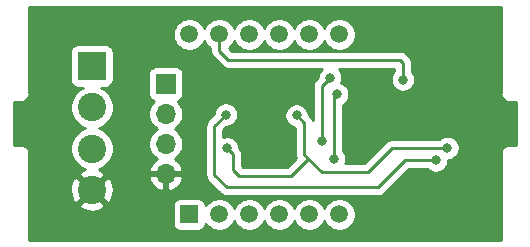
<source format=gbr>
G04 #@! TF.GenerationSoftware,KiCad,Pcbnew,5.1.5+dfsg1-2build2*
G04 #@! TF.CreationDate,2021-11-16T16:54:19-05:00*
G04 #@! TF.ProjectId,056INCH_3DIGIT,30353649-4e43-4485-9f33-44494749542e,rev?*
G04 #@! TF.SameCoordinates,Original*
G04 #@! TF.FileFunction,Copper,L1,Top*
G04 #@! TF.FilePolarity,Positive*
%FSLAX46Y46*%
G04 Gerber Fmt 4.6, Leading zero omitted, Abs format (unit mm)*
G04 Created by KiCad (PCBNEW 5.1.5+dfsg1-2build2) date 2021-11-16 16:54:19*
%MOMM*%
%LPD*%
G04 APERTURE LIST*
%ADD10O,1.700000X1.700000*%
%ADD11R,1.700000X1.700000*%
%ADD12C,2.400000*%
%ADD13R,2.400000X2.400000*%
%ADD14C,1.500000*%
%ADD15R,1.500000X1.500000*%
%ADD16C,0.800000*%
%ADD17C,0.250000*%
%ADD18C,0.254000*%
G04 APERTURE END LIST*
D10*
X113499900Y-114769900D03*
X113499900Y-112229900D03*
X113499900Y-109689900D03*
D11*
X113499900Y-107149900D03*
D12*
X107238800Y-116138600D03*
X107238800Y-112638600D03*
X107238800Y-109138600D03*
D13*
X107238800Y-105638600D03*
D14*
X115481100Y-102971600D03*
X118021100Y-102971600D03*
X120561100Y-102971600D03*
X123101100Y-102971600D03*
X125641100Y-102971600D03*
X128181100Y-102971600D03*
X128181100Y-118211600D03*
X125641100Y-118211600D03*
X123101100Y-118211600D03*
X120561100Y-118211600D03*
X118021100Y-118211600D03*
D15*
X115481100Y-118211600D03*
D16*
X133578600Y-106794300D03*
X127736600Y-113474500D03*
X128016000Y-108026200D03*
X127419100Y-106616500D03*
X126707900Y-111960000D03*
X136372600Y-113639600D03*
X118592600Y-109753400D03*
X124574300Y-109829600D03*
X137350500Y-112572800D03*
X118694200Y-112610900D03*
D17*
X118021100Y-104330500D02*
X118021100Y-102971600D01*
X118808500Y-105117900D02*
X118021100Y-104330500D01*
X133324600Y-105117900D02*
X118808500Y-105117900D01*
X133553200Y-105346500D02*
X133324600Y-105117900D01*
X133578600Y-105346500D02*
X133553200Y-105346500D01*
X133578600Y-106794300D02*
X133578600Y-105346500D01*
X127736600Y-113474500D02*
X127736600Y-112908815D01*
X127736600Y-108305600D02*
X128016000Y-108026200D01*
X127736600Y-112908815D02*
X127736600Y-108305600D01*
X126771400Y-107264200D02*
X127419100Y-106616500D01*
X126707900Y-107327700D02*
X126771400Y-107264200D01*
X126707900Y-111960000D02*
X126707900Y-107327700D01*
X136372600Y-113639600D02*
X133743700Y-113639600D01*
X133743700Y-113639600D02*
X131470400Y-115912900D01*
X131470400Y-115912900D02*
X118656100Y-115912900D01*
X118656100Y-115912900D02*
X117614700Y-114871500D01*
X117614700Y-110731300D02*
X118592600Y-109753400D01*
X117614700Y-114871500D02*
X117614700Y-110731300D01*
X124574300Y-109829600D02*
X125222000Y-110477300D01*
X125222000Y-110477300D02*
X125222000Y-113131600D01*
X126733300Y-114642900D02*
X130594100Y-114642900D01*
X132664200Y-112572800D02*
X137350500Y-112572800D01*
X130594100Y-114642900D02*
X132664200Y-112572800D01*
X118694200Y-112610900D02*
X119176800Y-113093500D01*
X119176800Y-113093500D02*
X119176800Y-114427000D01*
X119176800Y-114427000D02*
X119722900Y-114973100D01*
X124066300Y-114973100D02*
X125564900Y-113474500D01*
X119722900Y-114973100D02*
X124066300Y-114973100D01*
X125564900Y-113474500D02*
X126733300Y-114642900D01*
X125222000Y-113131600D02*
X125564900Y-113474500D01*
D18*
G36*
X141840000Y-107967581D02*
G01*
X141836807Y-108000000D01*
X141849550Y-108129383D01*
X141887290Y-108253793D01*
X141948575Y-108368450D01*
X142015892Y-108450476D01*
X142031052Y-108468948D01*
X142131550Y-108551425D01*
X142246207Y-108612710D01*
X142370617Y-108650450D01*
X142500000Y-108663193D01*
X142532419Y-108660000D01*
X143140000Y-108660000D01*
X143140001Y-112340000D01*
X142532419Y-112340000D01*
X142500000Y-112336807D01*
X142370617Y-112349550D01*
X142246207Y-112387290D01*
X142131550Y-112448575D01*
X142031052Y-112531052D01*
X141948575Y-112631550D01*
X141887290Y-112746207D01*
X141849550Y-112870617D01*
X141836807Y-113000000D01*
X141840000Y-113032419D01*
X141840001Y-120340000D01*
X101960000Y-120340000D01*
X101960000Y-117416580D01*
X106140426Y-117416580D01*
X106260314Y-117701436D01*
X106584010Y-117862299D01*
X106932869Y-117956922D01*
X107293484Y-117981667D01*
X107651998Y-117935585D01*
X107994633Y-117820446D01*
X108217286Y-117701436D01*
X108318226Y-117461600D01*
X114093028Y-117461600D01*
X114093028Y-118961600D01*
X114105288Y-119086082D01*
X114141598Y-119205780D01*
X114200563Y-119316094D01*
X114279915Y-119412785D01*
X114376606Y-119492137D01*
X114486920Y-119551102D01*
X114606618Y-119587412D01*
X114731100Y-119599672D01*
X116231100Y-119599672D01*
X116355582Y-119587412D01*
X116475280Y-119551102D01*
X116585594Y-119492137D01*
X116682285Y-119412785D01*
X116761637Y-119316094D01*
X116820602Y-119205780D01*
X116856912Y-119086082D01*
X116867545Y-118978117D01*
X116945301Y-119094486D01*
X117138214Y-119287399D01*
X117365057Y-119438971D01*
X117617111Y-119543375D01*
X117884689Y-119596600D01*
X118157511Y-119596600D01*
X118425089Y-119543375D01*
X118677143Y-119438971D01*
X118903986Y-119287399D01*
X119096899Y-119094486D01*
X119248471Y-118867643D01*
X119291100Y-118764727D01*
X119333729Y-118867643D01*
X119485301Y-119094486D01*
X119678214Y-119287399D01*
X119905057Y-119438971D01*
X120157111Y-119543375D01*
X120424689Y-119596600D01*
X120697511Y-119596600D01*
X120965089Y-119543375D01*
X121217143Y-119438971D01*
X121443986Y-119287399D01*
X121636899Y-119094486D01*
X121788471Y-118867643D01*
X121831100Y-118764727D01*
X121873729Y-118867643D01*
X122025301Y-119094486D01*
X122218214Y-119287399D01*
X122445057Y-119438971D01*
X122697111Y-119543375D01*
X122964689Y-119596600D01*
X123237511Y-119596600D01*
X123505089Y-119543375D01*
X123757143Y-119438971D01*
X123983986Y-119287399D01*
X124176899Y-119094486D01*
X124328471Y-118867643D01*
X124371100Y-118764727D01*
X124413729Y-118867643D01*
X124565301Y-119094486D01*
X124758214Y-119287399D01*
X124985057Y-119438971D01*
X125237111Y-119543375D01*
X125504689Y-119596600D01*
X125777511Y-119596600D01*
X126045089Y-119543375D01*
X126297143Y-119438971D01*
X126523986Y-119287399D01*
X126716899Y-119094486D01*
X126868471Y-118867643D01*
X126911100Y-118764727D01*
X126953729Y-118867643D01*
X127105301Y-119094486D01*
X127298214Y-119287399D01*
X127525057Y-119438971D01*
X127777111Y-119543375D01*
X128044689Y-119596600D01*
X128317511Y-119596600D01*
X128585089Y-119543375D01*
X128837143Y-119438971D01*
X129063986Y-119287399D01*
X129256899Y-119094486D01*
X129408471Y-118867643D01*
X129512875Y-118615589D01*
X129566100Y-118348011D01*
X129566100Y-118075189D01*
X129512875Y-117807611D01*
X129408471Y-117555557D01*
X129256899Y-117328714D01*
X129063986Y-117135801D01*
X128837143Y-116984229D01*
X128585089Y-116879825D01*
X128317511Y-116826600D01*
X128044689Y-116826600D01*
X127777111Y-116879825D01*
X127525057Y-116984229D01*
X127298214Y-117135801D01*
X127105301Y-117328714D01*
X126953729Y-117555557D01*
X126911100Y-117658473D01*
X126868471Y-117555557D01*
X126716899Y-117328714D01*
X126523986Y-117135801D01*
X126297143Y-116984229D01*
X126045089Y-116879825D01*
X125777511Y-116826600D01*
X125504689Y-116826600D01*
X125237111Y-116879825D01*
X124985057Y-116984229D01*
X124758214Y-117135801D01*
X124565301Y-117328714D01*
X124413729Y-117555557D01*
X124371100Y-117658473D01*
X124328471Y-117555557D01*
X124176899Y-117328714D01*
X123983986Y-117135801D01*
X123757143Y-116984229D01*
X123505089Y-116879825D01*
X123237511Y-116826600D01*
X122964689Y-116826600D01*
X122697111Y-116879825D01*
X122445057Y-116984229D01*
X122218214Y-117135801D01*
X122025301Y-117328714D01*
X121873729Y-117555557D01*
X121831100Y-117658473D01*
X121788471Y-117555557D01*
X121636899Y-117328714D01*
X121443986Y-117135801D01*
X121217143Y-116984229D01*
X120965089Y-116879825D01*
X120697511Y-116826600D01*
X120424689Y-116826600D01*
X120157111Y-116879825D01*
X119905057Y-116984229D01*
X119678214Y-117135801D01*
X119485301Y-117328714D01*
X119333729Y-117555557D01*
X119291100Y-117658473D01*
X119248471Y-117555557D01*
X119096899Y-117328714D01*
X118903986Y-117135801D01*
X118677143Y-116984229D01*
X118425089Y-116879825D01*
X118157511Y-116826600D01*
X117884689Y-116826600D01*
X117617111Y-116879825D01*
X117365057Y-116984229D01*
X117138214Y-117135801D01*
X116945301Y-117328714D01*
X116867545Y-117445083D01*
X116856912Y-117337118D01*
X116820602Y-117217420D01*
X116761637Y-117107106D01*
X116682285Y-117010415D01*
X116585594Y-116931063D01*
X116475280Y-116872098D01*
X116355582Y-116835788D01*
X116231100Y-116823528D01*
X114731100Y-116823528D01*
X114606618Y-116835788D01*
X114486920Y-116872098D01*
X114376606Y-116931063D01*
X114279915Y-117010415D01*
X114200563Y-117107106D01*
X114141598Y-117217420D01*
X114105288Y-117337118D01*
X114093028Y-117461600D01*
X108318226Y-117461600D01*
X108337174Y-117416580D01*
X107238800Y-116318205D01*
X106140426Y-117416580D01*
X101960000Y-117416580D01*
X101960000Y-116193284D01*
X105395733Y-116193284D01*
X105441815Y-116551798D01*
X105556954Y-116894433D01*
X105675964Y-117117086D01*
X105960820Y-117236974D01*
X107059195Y-116138600D01*
X107418405Y-116138600D01*
X108516780Y-117236974D01*
X108801636Y-117117086D01*
X108962499Y-116793390D01*
X109057122Y-116444531D01*
X109081867Y-116083916D01*
X109035785Y-115725402D01*
X108920646Y-115382767D01*
X108801636Y-115160114D01*
X108722458Y-115126790D01*
X112058424Y-115126790D01*
X112103075Y-115273999D01*
X112228259Y-115536820D01*
X112402312Y-115770169D01*
X112618545Y-115965078D01*
X112868648Y-116114057D01*
X113143009Y-116211381D01*
X113372900Y-116090714D01*
X113372900Y-114896900D01*
X113626900Y-114896900D01*
X113626900Y-116090714D01*
X113856791Y-116211381D01*
X114131152Y-116114057D01*
X114381255Y-115965078D01*
X114597488Y-115770169D01*
X114771541Y-115536820D01*
X114896725Y-115273999D01*
X114941376Y-115126790D01*
X114820055Y-114896900D01*
X113626900Y-114896900D01*
X113372900Y-114896900D01*
X112179745Y-114896900D01*
X112058424Y-115126790D01*
X108722458Y-115126790D01*
X108516780Y-115040226D01*
X107418405Y-116138600D01*
X107059195Y-116138600D01*
X105960820Y-115040226D01*
X105675964Y-115160114D01*
X105515101Y-115483810D01*
X105420478Y-115832669D01*
X105395733Y-116193284D01*
X101960000Y-116193284D01*
X101960000Y-113032419D01*
X101963193Y-113000000D01*
X101950450Y-112870617D01*
X101912710Y-112746207D01*
X101851425Y-112631550D01*
X101768948Y-112531052D01*
X101668450Y-112448575D01*
X101553793Y-112387290D01*
X101429383Y-112349550D01*
X101300000Y-112336807D01*
X101267581Y-112340000D01*
X100660000Y-112340000D01*
X100660000Y-108660000D01*
X101267581Y-108660000D01*
X101300000Y-108663193D01*
X101332419Y-108660000D01*
X101429383Y-108650450D01*
X101553793Y-108612710D01*
X101668450Y-108551425D01*
X101768948Y-108468948D01*
X101851425Y-108368450D01*
X101912710Y-108253793D01*
X101950450Y-108129383D01*
X101963193Y-108000000D01*
X101960000Y-107967581D01*
X101960000Y-104438600D01*
X105400728Y-104438600D01*
X105400728Y-106838600D01*
X105412988Y-106963082D01*
X105449298Y-107082780D01*
X105508263Y-107193094D01*
X105587615Y-107289785D01*
X105684306Y-107369137D01*
X105794620Y-107428102D01*
X105914318Y-107464412D01*
X106038800Y-107476672D01*
X106455962Y-107476672D01*
X106369601Y-107512444D01*
X106069056Y-107713262D01*
X105813462Y-107968856D01*
X105612644Y-108269401D01*
X105474318Y-108603350D01*
X105403800Y-108957868D01*
X105403800Y-109319332D01*
X105474318Y-109673850D01*
X105612644Y-110007799D01*
X105813462Y-110308344D01*
X106069056Y-110563938D01*
X106369601Y-110764756D01*
X106668587Y-110888600D01*
X106369601Y-111012444D01*
X106069056Y-111213262D01*
X105813462Y-111468856D01*
X105612644Y-111769401D01*
X105474318Y-112103350D01*
X105403800Y-112457868D01*
X105403800Y-112819332D01*
X105474318Y-113173850D01*
X105612644Y-113507799D01*
X105813462Y-113808344D01*
X106069056Y-114063938D01*
X106369601Y-114264756D01*
X106676289Y-114391790D01*
X106482967Y-114456754D01*
X106260314Y-114575764D01*
X106140426Y-114860620D01*
X107238800Y-115958995D01*
X108337174Y-114860620D01*
X108217286Y-114575764D01*
X107893590Y-114414901D01*
X107804110Y-114390631D01*
X108107999Y-114264756D01*
X108408544Y-114063938D01*
X108664138Y-113808344D01*
X108864956Y-113507799D01*
X109003282Y-113173850D01*
X109073800Y-112819332D01*
X109073800Y-112457868D01*
X109003282Y-112103350D01*
X108864956Y-111769401D01*
X108664138Y-111468856D01*
X108408544Y-111213262D01*
X108107999Y-111012444D01*
X107809013Y-110888600D01*
X108107999Y-110764756D01*
X108408544Y-110563938D01*
X108664138Y-110308344D01*
X108864956Y-110007799D01*
X109003282Y-109673850D01*
X109073800Y-109319332D01*
X109073800Y-108957868D01*
X109003282Y-108603350D01*
X108864956Y-108269401D01*
X108664138Y-107968856D01*
X108408544Y-107713262D01*
X108107999Y-107512444D01*
X108021638Y-107476672D01*
X108438800Y-107476672D01*
X108563282Y-107464412D01*
X108682980Y-107428102D01*
X108793294Y-107369137D01*
X108889985Y-107289785D01*
X108969337Y-107193094D01*
X109028302Y-107082780D01*
X109064612Y-106963082D01*
X109076872Y-106838600D01*
X109076872Y-106299900D01*
X112011828Y-106299900D01*
X112011828Y-107999900D01*
X112024088Y-108124382D01*
X112060398Y-108244080D01*
X112119363Y-108354394D01*
X112198715Y-108451085D01*
X112295406Y-108530437D01*
X112405720Y-108589402D01*
X112478280Y-108611413D01*
X112346425Y-108743268D01*
X112183910Y-108986489D01*
X112071968Y-109256742D01*
X112014900Y-109543640D01*
X112014900Y-109836160D01*
X112071968Y-110123058D01*
X112183910Y-110393311D01*
X112346425Y-110636532D01*
X112553268Y-110843375D01*
X112727660Y-110959900D01*
X112553268Y-111076425D01*
X112346425Y-111283268D01*
X112183910Y-111526489D01*
X112071968Y-111796742D01*
X112014900Y-112083640D01*
X112014900Y-112376160D01*
X112071968Y-112663058D01*
X112183910Y-112933311D01*
X112346425Y-113176532D01*
X112553268Y-113383375D01*
X112735434Y-113505095D01*
X112618545Y-113574722D01*
X112402312Y-113769631D01*
X112228259Y-114002980D01*
X112103075Y-114265801D01*
X112058424Y-114413010D01*
X112179745Y-114642900D01*
X113372900Y-114642900D01*
X113372900Y-114622900D01*
X113626900Y-114622900D01*
X113626900Y-114642900D01*
X114820055Y-114642900D01*
X114941376Y-114413010D01*
X114896725Y-114265801D01*
X114771541Y-114002980D01*
X114597488Y-113769631D01*
X114381255Y-113574722D01*
X114264366Y-113505095D01*
X114446532Y-113383375D01*
X114653375Y-113176532D01*
X114815890Y-112933311D01*
X114927832Y-112663058D01*
X114984900Y-112376160D01*
X114984900Y-112083640D01*
X114927832Y-111796742D01*
X114815890Y-111526489D01*
X114653375Y-111283268D01*
X114446532Y-111076425D01*
X114272140Y-110959900D01*
X114446532Y-110843375D01*
X114653375Y-110636532D01*
X114815890Y-110393311D01*
X114927832Y-110123058D01*
X114984900Y-109836160D01*
X114984900Y-109543640D01*
X114927832Y-109256742D01*
X114815890Y-108986489D01*
X114653375Y-108743268D01*
X114521520Y-108611413D01*
X114594080Y-108589402D01*
X114704394Y-108530437D01*
X114801085Y-108451085D01*
X114880437Y-108354394D01*
X114939402Y-108244080D01*
X114975712Y-108124382D01*
X114987972Y-107999900D01*
X114987972Y-106299900D01*
X114975712Y-106175418D01*
X114939402Y-106055720D01*
X114880437Y-105945406D01*
X114801085Y-105848715D01*
X114704394Y-105769363D01*
X114594080Y-105710398D01*
X114474382Y-105674088D01*
X114349900Y-105661828D01*
X112649900Y-105661828D01*
X112525418Y-105674088D01*
X112405720Y-105710398D01*
X112295406Y-105769363D01*
X112198715Y-105848715D01*
X112119363Y-105945406D01*
X112060398Y-106055720D01*
X112024088Y-106175418D01*
X112011828Y-106299900D01*
X109076872Y-106299900D01*
X109076872Y-104438600D01*
X109064612Y-104314118D01*
X109028302Y-104194420D01*
X108969337Y-104084106D01*
X108889985Y-103987415D01*
X108793294Y-103908063D01*
X108682980Y-103849098D01*
X108563282Y-103812788D01*
X108438800Y-103800528D01*
X106038800Y-103800528D01*
X105914318Y-103812788D01*
X105794620Y-103849098D01*
X105684306Y-103908063D01*
X105587615Y-103987415D01*
X105508263Y-104084106D01*
X105449298Y-104194420D01*
X105412988Y-104314118D01*
X105400728Y-104438600D01*
X101960000Y-104438600D01*
X101960000Y-102835189D01*
X114096100Y-102835189D01*
X114096100Y-103108011D01*
X114149325Y-103375589D01*
X114253729Y-103627643D01*
X114405301Y-103854486D01*
X114598214Y-104047399D01*
X114825057Y-104198971D01*
X115077111Y-104303375D01*
X115344689Y-104356600D01*
X115617511Y-104356600D01*
X115885089Y-104303375D01*
X116137143Y-104198971D01*
X116363986Y-104047399D01*
X116556899Y-103854486D01*
X116708471Y-103627643D01*
X116751100Y-103524727D01*
X116793729Y-103627643D01*
X116945301Y-103854486D01*
X117138214Y-104047399D01*
X117261100Y-104129509D01*
X117261100Y-104293177D01*
X117257424Y-104330500D01*
X117261100Y-104367822D01*
X117261100Y-104367832D01*
X117272097Y-104479485D01*
X117301950Y-104577899D01*
X117315554Y-104622746D01*
X117386126Y-104754776D01*
X117425971Y-104803326D01*
X117481099Y-104870501D01*
X117510102Y-104894303D01*
X118244701Y-105628902D01*
X118268499Y-105657901D01*
X118384224Y-105752874D01*
X118516253Y-105823446D01*
X118659514Y-105866903D01*
X118771167Y-105877900D01*
X118771175Y-105877900D01*
X118808500Y-105881576D01*
X118845825Y-105877900D01*
X126693989Y-105877900D01*
X126615163Y-105956726D01*
X126501895Y-106126244D01*
X126423874Y-106314602D01*
X126384100Y-106514561D01*
X126384100Y-106576699D01*
X126196898Y-106763901D01*
X126167900Y-106787699D01*
X126144102Y-106816697D01*
X126144101Y-106816698D01*
X126072926Y-106903424D01*
X126002354Y-107035454D01*
X125958898Y-107178715D01*
X125944224Y-107327700D01*
X125947901Y-107365032D01*
X125947900Y-110252154D01*
X125927546Y-110185053D01*
X125898920Y-110131498D01*
X125856974Y-110053023D01*
X125785799Y-109966297D01*
X125762001Y-109937299D01*
X125733004Y-109913502D01*
X125609300Y-109789798D01*
X125609300Y-109727661D01*
X125569526Y-109527702D01*
X125491505Y-109339344D01*
X125378237Y-109169826D01*
X125234074Y-109025663D01*
X125064556Y-108912395D01*
X124876198Y-108834374D01*
X124676239Y-108794600D01*
X124472361Y-108794600D01*
X124272402Y-108834374D01*
X124084044Y-108912395D01*
X123914526Y-109025663D01*
X123770363Y-109169826D01*
X123657095Y-109339344D01*
X123579074Y-109527702D01*
X123539300Y-109727661D01*
X123539300Y-109931539D01*
X123579074Y-110131498D01*
X123657095Y-110319856D01*
X123770363Y-110489374D01*
X123914526Y-110633537D01*
X124084044Y-110746805D01*
X124272402Y-110824826D01*
X124462000Y-110862539D01*
X124462001Y-113094268D01*
X124458324Y-113131600D01*
X124462001Y-113168933D01*
X124465166Y-113201062D01*
X124472998Y-113280585D01*
X124516454Y-113423846D01*
X124524918Y-113439680D01*
X123751499Y-114213100D01*
X120037702Y-114213100D01*
X119936800Y-114112199D01*
X119936800Y-113130822D01*
X119940476Y-113093499D01*
X119936800Y-113056176D01*
X119936800Y-113056167D01*
X119925803Y-112944514D01*
X119882346Y-112801253D01*
X119811774Y-112669224D01*
X119729200Y-112568607D01*
X119729200Y-112508961D01*
X119689426Y-112309002D01*
X119611405Y-112120644D01*
X119498137Y-111951126D01*
X119353974Y-111806963D01*
X119184456Y-111693695D01*
X118996098Y-111615674D01*
X118796139Y-111575900D01*
X118592261Y-111575900D01*
X118392302Y-111615674D01*
X118374700Y-111622965D01*
X118374700Y-111046101D01*
X118632402Y-110788400D01*
X118694539Y-110788400D01*
X118894498Y-110748626D01*
X119082856Y-110670605D01*
X119252374Y-110557337D01*
X119396537Y-110413174D01*
X119509805Y-110243656D01*
X119587826Y-110055298D01*
X119627600Y-109855339D01*
X119627600Y-109651461D01*
X119587826Y-109451502D01*
X119509805Y-109263144D01*
X119396537Y-109093626D01*
X119252374Y-108949463D01*
X119082856Y-108836195D01*
X118894498Y-108758174D01*
X118694539Y-108718400D01*
X118490661Y-108718400D01*
X118290702Y-108758174D01*
X118102344Y-108836195D01*
X117932826Y-108949463D01*
X117788663Y-109093626D01*
X117675395Y-109263144D01*
X117597374Y-109451502D01*
X117557600Y-109651461D01*
X117557600Y-109713598D01*
X117103698Y-110167501D01*
X117074700Y-110191299D01*
X117050902Y-110220297D01*
X117050901Y-110220298D01*
X116979726Y-110307024D01*
X116909154Y-110439054D01*
X116865698Y-110582315D01*
X116851024Y-110731300D01*
X116854701Y-110768632D01*
X116854700Y-114834177D01*
X116851024Y-114871500D01*
X116854700Y-114908822D01*
X116854700Y-114908832D01*
X116865697Y-115020485D01*
X116896517Y-115122086D01*
X116909154Y-115163746D01*
X116979726Y-115295776D01*
X117019571Y-115344326D01*
X117074699Y-115411501D01*
X117103702Y-115435304D01*
X118092301Y-116423903D01*
X118116099Y-116452901D01*
X118145097Y-116476699D01*
X118231823Y-116547874D01*
X118363853Y-116618446D01*
X118507114Y-116661903D01*
X118618767Y-116672900D01*
X118618777Y-116672900D01*
X118656099Y-116676576D01*
X118693422Y-116672900D01*
X131433078Y-116672900D01*
X131470400Y-116676576D01*
X131507722Y-116672900D01*
X131507733Y-116672900D01*
X131619386Y-116661903D01*
X131762647Y-116618446D01*
X131894676Y-116547874D01*
X132010401Y-116452901D01*
X132034204Y-116423897D01*
X134058502Y-114399600D01*
X135668889Y-114399600D01*
X135712826Y-114443537D01*
X135882344Y-114556805D01*
X136070702Y-114634826D01*
X136270661Y-114674600D01*
X136474539Y-114674600D01*
X136674498Y-114634826D01*
X136862856Y-114556805D01*
X137032374Y-114443537D01*
X137176537Y-114299374D01*
X137289805Y-114129856D01*
X137367826Y-113941498D01*
X137407600Y-113741539D01*
X137407600Y-113607800D01*
X137452439Y-113607800D01*
X137652398Y-113568026D01*
X137840756Y-113490005D01*
X138010274Y-113376737D01*
X138154437Y-113232574D01*
X138267705Y-113063056D01*
X138345726Y-112874698D01*
X138385500Y-112674739D01*
X138385500Y-112470861D01*
X138345726Y-112270902D01*
X138267705Y-112082544D01*
X138154437Y-111913026D01*
X138010274Y-111768863D01*
X137840756Y-111655595D01*
X137652398Y-111577574D01*
X137452439Y-111537800D01*
X137248561Y-111537800D01*
X137048602Y-111577574D01*
X136860244Y-111655595D01*
X136690726Y-111768863D01*
X136646789Y-111812800D01*
X132701522Y-111812800D01*
X132664199Y-111809124D01*
X132626876Y-111812800D01*
X132626867Y-111812800D01*
X132515214Y-111823797D01*
X132371953Y-111867254D01*
X132239924Y-111937826D01*
X132239922Y-111937827D01*
X132239923Y-111937827D01*
X132153196Y-112009001D01*
X132153192Y-112009005D01*
X132124199Y-112032799D01*
X132100405Y-112061792D01*
X130279299Y-113882900D01*
X128687711Y-113882900D01*
X128731826Y-113776398D01*
X128771600Y-113576439D01*
X128771600Y-113372561D01*
X128731826Y-113172602D01*
X128653805Y-112984244D01*
X128540537Y-112814726D01*
X128496600Y-112770789D01*
X128496600Y-108947405D01*
X128506256Y-108943405D01*
X128675774Y-108830137D01*
X128819937Y-108685974D01*
X128933205Y-108516456D01*
X129011226Y-108328098D01*
X129051000Y-108128139D01*
X129051000Y-107924261D01*
X129011226Y-107724302D01*
X128933205Y-107535944D01*
X128819937Y-107366426D01*
X128675774Y-107222263D01*
X128506256Y-107108995D01*
X128360402Y-107048580D01*
X128414326Y-106918398D01*
X128454100Y-106718439D01*
X128454100Y-106514561D01*
X128414326Y-106314602D01*
X128336305Y-106126244D01*
X128223037Y-105956726D01*
X128144211Y-105877900D01*
X132818601Y-105877900D01*
X132818600Y-106090589D01*
X132774663Y-106134526D01*
X132661395Y-106304044D01*
X132583374Y-106492402D01*
X132543600Y-106692361D01*
X132543600Y-106896239D01*
X132583374Y-107096198D01*
X132661395Y-107284556D01*
X132774663Y-107454074D01*
X132918826Y-107598237D01*
X133088344Y-107711505D01*
X133276702Y-107789526D01*
X133476661Y-107829300D01*
X133680539Y-107829300D01*
X133880498Y-107789526D01*
X134068856Y-107711505D01*
X134238374Y-107598237D01*
X134382537Y-107454074D01*
X134495805Y-107284556D01*
X134573826Y-107096198D01*
X134613600Y-106896239D01*
X134613600Y-106692361D01*
X134573826Y-106492402D01*
X134495805Y-106304044D01*
X134382537Y-106134526D01*
X134338600Y-106090589D01*
X134338600Y-105383833D01*
X134342277Y-105346500D01*
X134327603Y-105197514D01*
X134284146Y-105054253D01*
X134213574Y-104922224D01*
X134118601Y-104806499D01*
X134002876Y-104711526D01*
X133981717Y-104700216D01*
X133888404Y-104606903D01*
X133864601Y-104577899D01*
X133748876Y-104482926D01*
X133616847Y-104412354D01*
X133473586Y-104368897D01*
X133361933Y-104357900D01*
X133361922Y-104357900D01*
X133324600Y-104354224D01*
X133287278Y-104357900D01*
X119123302Y-104357900D01*
X118849324Y-104083923D01*
X118903986Y-104047399D01*
X119096899Y-103854486D01*
X119248471Y-103627643D01*
X119291100Y-103524727D01*
X119333729Y-103627643D01*
X119485301Y-103854486D01*
X119678214Y-104047399D01*
X119905057Y-104198971D01*
X120157111Y-104303375D01*
X120424689Y-104356600D01*
X120697511Y-104356600D01*
X120965089Y-104303375D01*
X121217143Y-104198971D01*
X121443986Y-104047399D01*
X121636899Y-103854486D01*
X121788471Y-103627643D01*
X121831100Y-103524727D01*
X121873729Y-103627643D01*
X122025301Y-103854486D01*
X122218214Y-104047399D01*
X122445057Y-104198971D01*
X122697111Y-104303375D01*
X122964689Y-104356600D01*
X123237511Y-104356600D01*
X123505089Y-104303375D01*
X123757143Y-104198971D01*
X123983986Y-104047399D01*
X124176899Y-103854486D01*
X124328471Y-103627643D01*
X124371100Y-103524727D01*
X124413729Y-103627643D01*
X124565301Y-103854486D01*
X124758214Y-104047399D01*
X124985057Y-104198971D01*
X125237111Y-104303375D01*
X125504689Y-104356600D01*
X125777511Y-104356600D01*
X126045089Y-104303375D01*
X126297143Y-104198971D01*
X126523986Y-104047399D01*
X126716899Y-103854486D01*
X126868471Y-103627643D01*
X126911100Y-103524727D01*
X126953729Y-103627643D01*
X127105301Y-103854486D01*
X127298214Y-104047399D01*
X127525057Y-104198971D01*
X127777111Y-104303375D01*
X128044689Y-104356600D01*
X128317511Y-104356600D01*
X128585089Y-104303375D01*
X128837143Y-104198971D01*
X129063986Y-104047399D01*
X129256899Y-103854486D01*
X129408471Y-103627643D01*
X129512875Y-103375589D01*
X129566100Y-103108011D01*
X129566100Y-102835189D01*
X129512875Y-102567611D01*
X129408471Y-102315557D01*
X129256899Y-102088714D01*
X129063986Y-101895801D01*
X128837143Y-101744229D01*
X128585089Y-101639825D01*
X128317511Y-101586600D01*
X128044689Y-101586600D01*
X127777111Y-101639825D01*
X127525057Y-101744229D01*
X127298214Y-101895801D01*
X127105301Y-102088714D01*
X126953729Y-102315557D01*
X126911100Y-102418473D01*
X126868471Y-102315557D01*
X126716899Y-102088714D01*
X126523986Y-101895801D01*
X126297143Y-101744229D01*
X126045089Y-101639825D01*
X125777511Y-101586600D01*
X125504689Y-101586600D01*
X125237111Y-101639825D01*
X124985057Y-101744229D01*
X124758214Y-101895801D01*
X124565301Y-102088714D01*
X124413729Y-102315557D01*
X124371100Y-102418473D01*
X124328471Y-102315557D01*
X124176899Y-102088714D01*
X123983986Y-101895801D01*
X123757143Y-101744229D01*
X123505089Y-101639825D01*
X123237511Y-101586600D01*
X122964689Y-101586600D01*
X122697111Y-101639825D01*
X122445057Y-101744229D01*
X122218214Y-101895801D01*
X122025301Y-102088714D01*
X121873729Y-102315557D01*
X121831100Y-102418473D01*
X121788471Y-102315557D01*
X121636899Y-102088714D01*
X121443986Y-101895801D01*
X121217143Y-101744229D01*
X120965089Y-101639825D01*
X120697511Y-101586600D01*
X120424689Y-101586600D01*
X120157111Y-101639825D01*
X119905057Y-101744229D01*
X119678214Y-101895801D01*
X119485301Y-102088714D01*
X119333729Y-102315557D01*
X119291100Y-102418473D01*
X119248471Y-102315557D01*
X119096899Y-102088714D01*
X118903986Y-101895801D01*
X118677143Y-101744229D01*
X118425089Y-101639825D01*
X118157511Y-101586600D01*
X117884689Y-101586600D01*
X117617111Y-101639825D01*
X117365057Y-101744229D01*
X117138214Y-101895801D01*
X116945301Y-102088714D01*
X116793729Y-102315557D01*
X116751100Y-102418473D01*
X116708471Y-102315557D01*
X116556899Y-102088714D01*
X116363986Y-101895801D01*
X116137143Y-101744229D01*
X115885089Y-101639825D01*
X115617511Y-101586600D01*
X115344689Y-101586600D01*
X115077111Y-101639825D01*
X114825057Y-101744229D01*
X114598214Y-101895801D01*
X114405301Y-102088714D01*
X114253729Y-102315557D01*
X114149325Y-102567611D01*
X114096100Y-102835189D01*
X101960000Y-102835189D01*
X101960000Y-100660000D01*
X141840001Y-100660000D01*
X141840000Y-107967581D01*
G37*
X141840000Y-107967581D02*
X141836807Y-108000000D01*
X141849550Y-108129383D01*
X141887290Y-108253793D01*
X141948575Y-108368450D01*
X142015892Y-108450476D01*
X142031052Y-108468948D01*
X142131550Y-108551425D01*
X142246207Y-108612710D01*
X142370617Y-108650450D01*
X142500000Y-108663193D01*
X142532419Y-108660000D01*
X143140000Y-108660000D01*
X143140001Y-112340000D01*
X142532419Y-112340000D01*
X142500000Y-112336807D01*
X142370617Y-112349550D01*
X142246207Y-112387290D01*
X142131550Y-112448575D01*
X142031052Y-112531052D01*
X141948575Y-112631550D01*
X141887290Y-112746207D01*
X141849550Y-112870617D01*
X141836807Y-113000000D01*
X141840000Y-113032419D01*
X141840001Y-120340000D01*
X101960000Y-120340000D01*
X101960000Y-117416580D01*
X106140426Y-117416580D01*
X106260314Y-117701436D01*
X106584010Y-117862299D01*
X106932869Y-117956922D01*
X107293484Y-117981667D01*
X107651998Y-117935585D01*
X107994633Y-117820446D01*
X108217286Y-117701436D01*
X108318226Y-117461600D01*
X114093028Y-117461600D01*
X114093028Y-118961600D01*
X114105288Y-119086082D01*
X114141598Y-119205780D01*
X114200563Y-119316094D01*
X114279915Y-119412785D01*
X114376606Y-119492137D01*
X114486920Y-119551102D01*
X114606618Y-119587412D01*
X114731100Y-119599672D01*
X116231100Y-119599672D01*
X116355582Y-119587412D01*
X116475280Y-119551102D01*
X116585594Y-119492137D01*
X116682285Y-119412785D01*
X116761637Y-119316094D01*
X116820602Y-119205780D01*
X116856912Y-119086082D01*
X116867545Y-118978117D01*
X116945301Y-119094486D01*
X117138214Y-119287399D01*
X117365057Y-119438971D01*
X117617111Y-119543375D01*
X117884689Y-119596600D01*
X118157511Y-119596600D01*
X118425089Y-119543375D01*
X118677143Y-119438971D01*
X118903986Y-119287399D01*
X119096899Y-119094486D01*
X119248471Y-118867643D01*
X119291100Y-118764727D01*
X119333729Y-118867643D01*
X119485301Y-119094486D01*
X119678214Y-119287399D01*
X119905057Y-119438971D01*
X120157111Y-119543375D01*
X120424689Y-119596600D01*
X120697511Y-119596600D01*
X120965089Y-119543375D01*
X121217143Y-119438971D01*
X121443986Y-119287399D01*
X121636899Y-119094486D01*
X121788471Y-118867643D01*
X121831100Y-118764727D01*
X121873729Y-118867643D01*
X122025301Y-119094486D01*
X122218214Y-119287399D01*
X122445057Y-119438971D01*
X122697111Y-119543375D01*
X122964689Y-119596600D01*
X123237511Y-119596600D01*
X123505089Y-119543375D01*
X123757143Y-119438971D01*
X123983986Y-119287399D01*
X124176899Y-119094486D01*
X124328471Y-118867643D01*
X124371100Y-118764727D01*
X124413729Y-118867643D01*
X124565301Y-119094486D01*
X124758214Y-119287399D01*
X124985057Y-119438971D01*
X125237111Y-119543375D01*
X125504689Y-119596600D01*
X125777511Y-119596600D01*
X126045089Y-119543375D01*
X126297143Y-119438971D01*
X126523986Y-119287399D01*
X126716899Y-119094486D01*
X126868471Y-118867643D01*
X126911100Y-118764727D01*
X126953729Y-118867643D01*
X127105301Y-119094486D01*
X127298214Y-119287399D01*
X127525057Y-119438971D01*
X127777111Y-119543375D01*
X128044689Y-119596600D01*
X128317511Y-119596600D01*
X128585089Y-119543375D01*
X128837143Y-119438971D01*
X129063986Y-119287399D01*
X129256899Y-119094486D01*
X129408471Y-118867643D01*
X129512875Y-118615589D01*
X129566100Y-118348011D01*
X129566100Y-118075189D01*
X129512875Y-117807611D01*
X129408471Y-117555557D01*
X129256899Y-117328714D01*
X129063986Y-117135801D01*
X128837143Y-116984229D01*
X128585089Y-116879825D01*
X128317511Y-116826600D01*
X128044689Y-116826600D01*
X127777111Y-116879825D01*
X127525057Y-116984229D01*
X127298214Y-117135801D01*
X127105301Y-117328714D01*
X126953729Y-117555557D01*
X126911100Y-117658473D01*
X126868471Y-117555557D01*
X126716899Y-117328714D01*
X126523986Y-117135801D01*
X126297143Y-116984229D01*
X126045089Y-116879825D01*
X125777511Y-116826600D01*
X125504689Y-116826600D01*
X125237111Y-116879825D01*
X124985057Y-116984229D01*
X124758214Y-117135801D01*
X124565301Y-117328714D01*
X124413729Y-117555557D01*
X124371100Y-117658473D01*
X124328471Y-117555557D01*
X124176899Y-117328714D01*
X123983986Y-117135801D01*
X123757143Y-116984229D01*
X123505089Y-116879825D01*
X123237511Y-116826600D01*
X122964689Y-116826600D01*
X122697111Y-116879825D01*
X122445057Y-116984229D01*
X122218214Y-117135801D01*
X122025301Y-117328714D01*
X121873729Y-117555557D01*
X121831100Y-117658473D01*
X121788471Y-117555557D01*
X121636899Y-117328714D01*
X121443986Y-117135801D01*
X121217143Y-116984229D01*
X120965089Y-116879825D01*
X120697511Y-116826600D01*
X120424689Y-116826600D01*
X120157111Y-116879825D01*
X119905057Y-116984229D01*
X119678214Y-117135801D01*
X119485301Y-117328714D01*
X119333729Y-117555557D01*
X119291100Y-117658473D01*
X119248471Y-117555557D01*
X119096899Y-117328714D01*
X118903986Y-117135801D01*
X118677143Y-116984229D01*
X118425089Y-116879825D01*
X118157511Y-116826600D01*
X117884689Y-116826600D01*
X117617111Y-116879825D01*
X117365057Y-116984229D01*
X117138214Y-117135801D01*
X116945301Y-117328714D01*
X116867545Y-117445083D01*
X116856912Y-117337118D01*
X116820602Y-117217420D01*
X116761637Y-117107106D01*
X116682285Y-117010415D01*
X116585594Y-116931063D01*
X116475280Y-116872098D01*
X116355582Y-116835788D01*
X116231100Y-116823528D01*
X114731100Y-116823528D01*
X114606618Y-116835788D01*
X114486920Y-116872098D01*
X114376606Y-116931063D01*
X114279915Y-117010415D01*
X114200563Y-117107106D01*
X114141598Y-117217420D01*
X114105288Y-117337118D01*
X114093028Y-117461600D01*
X108318226Y-117461600D01*
X108337174Y-117416580D01*
X107238800Y-116318205D01*
X106140426Y-117416580D01*
X101960000Y-117416580D01*
X101960000Y-116193284D01*
X105395733Y-116193284D01*
X105441815Y-116551798D01*
X105556954Y-116894433D01*
X105675964Y-117117086D01*
X105960820Y-117236974D01*
X107059195Y-116138600D01*
X107418405Y-116138600D01*
X108516780Y-117236974D01*
X108801636Y-117117086D01*
X108962499Y-116793390D01*
X109057122Y-116444531D01*
X109081867Y-116083916D01*
X109035785Y-115725402D01*
X108920646Y-115382767D01*
X108801636Y-115160114D01*
X108722458Y-115126790D01*
X112058424Y-115126790D01*
X112103075Y-115273999D01*
X112228259Y-115536820D01*
X112402312Y-115770169D01*
X112618545Y-115965078D01*
X112868648Y-116114057D01*
X113143009Y-116211381D01*
X113372900Y-116090714D01*
X113372900Y-114896900D01*
X113626900Y-114896900D01*
X113626900Y-116090714D01*
X113856791Y-116211381D01*
X114131152Y-116114057D01*
X114381255Y-115965078D01*
X114597488Y-115770169D01*
X114771541Y-115536820D01*
X114896725Y-115273999D01*
X114941376Y-115126790D01*
X114820055Y-114896900D01*
X113626900Y-114896900D01*
X113372900Y-114896900D01*
X112179745Y-114896900D01*
X112058424Y-115126790D01*
X108722458Y-115126790D01*
X108516780Y-115040226D01*
X107418405Y-116138600D01*
X107059195Y-116138600D01*
X105960820Y-115040226D01*
X105675964Y-115160114D01*
X105515101Y-115483810D01*
X105420478Y-115832669D01*
X105395733Y-116193284D01*
X101960000Y-116193284D01*
X101960000Y-113032419D01*
X101963193Y-113000000D01*
X101950450Y-112870617D01*
X101912710Y-112746207D01*
X101851425Y-112631550D01*
X101768948Y-112531052D01*
X101668450Y-112448575D01*
X101553793Y-112387290D01*
X101429383Y-112349550D01*
X101300000Y-112336807D01*
X101267581Y-112340000D01*
X100660000Y-112340000D01*
X100660000Y-108660000D01*
X101267581Y-108660000D01*
X101300000Y-108663193D01*
X101332419Y-108660000D01*
X101429383Y-108650450D01*
X101553793Y-108612710D01*
X101668450Y-108551425D01*
X101768948Y-108468948D01*
X101851425Y-108368450D01*
X101912710Y-108253793D01*
X101950450Y-108129383D01*
X101963193Y-108000000D01*
X101960000Y-107967581D01*
X101960000Y-104438600D01*
X105400728Y-104438600D01*
X105400728Y-106838600D01*
X105412988Y-106963082D01*
X105449298Y-107082780D01*
X105508263Y-107193094D01*
X105587615Y-107289785D01*
X105684306Y-107369137D01*
X105794620Y-107428102D01*
X105914318Y-107464412D01*
X106038800Y-107476672D01*
X106455962Y-107476672D01*
X106369601Y-107512444D01*
X106069056Y-107713262D01*
X105813462Y-107968856D01*
X105612644Y-108269401D01*
X105474318Y-108603350D01*
X105403800Y-108957868D01*
X105403800Y-109319332D01*
X105474318Y-109673850D01*
X105612644Y-110007799D01*
X105813462Y-110308344D01*
X106069056Y-110563938D01*
X106369601Y-110764756D01*
X106668587Y-110888600D01*
X106369601Y-111012444D01*
X106069056Y-111213262D01*
X105813462Y-111468856D01*
X105612644Y-111769401D01*
X105474318Y-112103350D01*
X105403800Y-112457868D01*
X105403800Y-112819332D01*
X105474318Y-113173850D01*
X105612644Y-113507799D01*
X105813462Y-113808344D01*
X106069056Y-114063938D01*
X106369601Y-114264756D01*
X106676289Y-114391790D01*
X106482967Y-114456754D01*
X106260314Y-114575764D01*
X106140426Y-114860620D01*
X107238800Y-115958995D01*
X108337174Y-114860620D01*
X108217286Y-114575764D01*
X107893590Y-114414901D01*
X107804110Y-114390631D01*
X108107999Y-114264756D01*
X108408544Y-114063938D01*
X108664138Y-113808344D01*
X108864956Y-113507799D01*
X109003282Y-113173850D01*
X109073800Y-112819332D01*
X109073800Y-112457868D01*
X109003282Y-112103350D01*
X108864956Y-111769401D01*
X108664138Y-111468856D01*
X108408544Y-111213262D01*
X108107999Y-111012444D01*
X107809013Y-110888600D01*
X108107999Y-110764756D01*
X108408544Y-110563938D01*
X108664138Y-110308344D01*
X108864956Y-110007799D01*
X109003282Y-109673850D01*
X109073800Y-109319332D01*
X109073800Y-108957868D01*
X109003282Y-108603350D01*
X108864956Y-108269401D01*
X108664138Y-107968856D01*
X108408544Y-107713262D01*
X108107999Y-107512444D01*
X108021638Y-107476672D01*
X108438800Y-107476672D01*
X108563282Y-107464412D01*
X108682980Y-107428102D01*
X108793294Y-107369137D01*
X108889985Y-107289785D01*
X108969337Y-107193094D01*
X109028302Y-107082780D01*
X109064612Y-106963082D01*
X109076872Y-106838600D01*
X109076872Y-106299900D01*
X112011828Y-106299900D01*
X112011828Y-107999900D01*
X112024088Y-108124382D01*
X112060398Y-108244080D01*
X112119363Y-108354394D01*
X112198715Y-108451085D01*
X112295406Y-108530437D01*
X112405720Y-108589402D01*
X112478280Y-108611413D01*
X112346425Y-108743268D01*
X112183910Y-108986489D01*
X112071968Y-109256742D01*
X112014900Y-109543640D01*
X112014900Y-109836160D01*
X112071968Y-110123058D01*
X112183910Y-110393311D01*
X112346425Y-110636532D01*
X112553268Y-110843375D01*
X112727660Y-110959900D01*
X112553268Y-111076425D01*
X112346425Y-111283268D01*
X112183910Y-111526489D01*
X112071968Y-111796742D01*
X112014900Y-112083640D01*
X112014900Y-112376160D01*
X112071968Y-112663058D01*
X112183910Y-112933311D01*
X112346425Y-113176532D01*
X112553268Y-113383375D01*
X112735434Y-113505095D01*
X112618545Y-113574722D01*
X112402312Y-113769631D01*
X112228259Y-114002980D01*
X112103075Y-114265801D01*
X112058424Y-114413010D01*
X112179745Y-114642900D01*
X113372900Y-114642900D01*
X113372900Y-114622900D01*
X113626900Y-114622900D01*
X113626900Y-114642900D01*
X114820055Y-114642900D01*
X114941376Y-114413010D01*
X114896725Y-114265801D01*
X114771541Y-114002980D01*
X114597488Y-113769631D01*
X114381255Y-113574722D01*
X114264366Y-113505095D01*
X114446532Y-113383375D01*
X114653375Y-113176532D01*
X114815890Y-112933311D01*
X114927832Y-112663058D01*
X114984900Y-112376160D01*
X114984900Y-112083640D01*
X114927832Y-111796742D01*
X114815890Y-111526489D01*
X114653375Y-111283268D01*
X114446532Y-111076425D01*
X114272140Y-110959900D01*
X114446532Y-110843375D01*
X114653375Y-110636532D01*
X114815890Y-110393311D01*
X114927832Y-110123058D01*
X114984900Y-109836160D01*
X114984900Y-109543640D01*
X114927832Y-109256742D01*
X114815890Y-108986489D01*
X114653375Y-108743268D01*
X114521520Y-108611413D01*
X114594080Y-108589402D01*
X114704394Y-108530437D01*
X114801085Y-108451085D01*
X114880437Y-108354394D01*
X114939402Y-108244080D01*
X114975712Y-108124382D01*
X114987972Y-107999900D01*
X114987972Y-106299900D01*
X114975712Y-106175418D01*
X114939402Y-106055720D01*
X114880437Y-105945406D01*
X114801085Y-105848715D01*
X114704394Y-105769363D01*
X114594080Y-105710398D01*
X114474382Y-105674088D01*
X114349900Y-105661828D01*
X112649900Y-105661828D01*
X112525418Y-105674088D01*
X112405720Y-105710398D01*
X112295406Y-105769363D01*
X112198715Y-105848715D01*
X112119363Y-105945406D01*
X112060398Y-106055720D01*
X112024088Y-106175418D01*
X112011828Y-106299900D01*
X109076872Y-106299900D01*
X109076872Y-104438600D01*
X109064612Y-104314118D01*
X109028302Y-104194420D01*
X108969337Y-104084106D01*
X108889985Y-103987415D01*
X108793294Y-103908063D01*
X108682980Y-103849098D01*
X108563282Y-103812788D01*
X108438800Y-103800528D01*
X106038800Y-103800528D01*
X105914318Y-103812788D01*
X105794620Y-103849098D01*
X105684306Y-103908063D01*
X105587615Y-103987415D01*
X105508263Y-104084106D01*
X105449298Y-104194420D01*
X105412988Y-104314118D01*
X105400728Y-104438600D01*
X101960000Y-104438600D01*
X101960000Y-102835189D01*
X114096100Y-102835189D01*
X114096100Y-103108011D01*
X114149325Y-103375589D01*
X114253729Y-103627643D01*
X114405301Y-103854486D01*
X114598214Y-104047399D01*
X114825057Y-104198971D01*
X115077111Y-104303375D01*
X115344689Y-104356600D01*
X115617511Y-104356600D01*
X115885089Y-104303375D01*
X116137143Y-104198971D01*
X116363986Y-104047399D01*
X116556899Y-103854486D01*
X116708471Y-103627643D01*
X116751100Y-103524727D01*
X116793729Y-103627643D01*
X116945301Y-103854486D01*
X117138214Y-104047399D01*
X117261100Y-104129509D01*
X117261100Y-104293177D01*
X117257424Y-104330500D01*
X117261100Y-104367822D01*
X117261100Y-104367832D01*
X117272097Y-104479485D01*
X117301950Y-104577899D01*
X117315554Y-104622746D01*
X117386126Y-104754776D01*
X117425971Y-104803326D01*
X117481099Y-104870501D01*
X117510102Y-104894303D01*
X118244701Y-105628902D01*
X118268499Y-105657901D01*
X118384224Y-105752874D01*
X118516253Y-105823446D01*
X118659514Y-105866903D01*
X118771167Y-105877900D01*
X118771175Y-105877900D01*
X118808500Y-105881576D01*
X118845825Y-105877900D01*
X126693989Y-105877900D01*
X126615163Y-105956726D01*
X126501895Y-106126244D01*
X126423874Y-106314602D01*
X126384100Y-106514561D01*
X126384100Y-106576699D01*
X126196898Y-106763901D01*
X126167900Y-106787699D01*
X126144102Y-106816697D01*
X126144101Y-106816698D01*
X126072926Y-106903424D01*
X126002354Y-107035454D01*
X125958898Y-107178715D01*
X125944224Y-107327700D01*
X125947901Y-107365032D01*
X125947900Y-110252154D01*
X125927546Y-110185053D01*
X125898920Y-110131498D01*
X125856974Y-110053023D01*
X125785799Y-109966297D01*
X125762001Y-109937299D01*
X125733004Y-109913502D01*
X125609300Y-109789798D01*
X125609300Y-109727661D01*
X125569526Y-109527702D01*
X125491505Y-109339344D01*
X125378237Y-109169826D01*
X125234074Y-109025663D01*
X125064556Y-108912395D01*
X124876198Y-108834374D01*
X124676239Y-108794600D01*
X124472361Y-108794600D01*
X124272402Y-108834374D01*
X124084044Y-108912395D01*
X123914526Y-109025663D01*
X123770363Y-109169826D01*
X123657095Y-109339344D01*
X123579074Y-109527702D01*
X123539300Y-109727661D01*
X123539300Y-109931539D01*
X123579074Y-110131498D01*
X123657095Y-110319856D01*
X123770363Y-110489374D01*
X123914526Y-110633537D01*
X124084044Y-110746805D01*
X124272402Y-110824826D01*
X124462000Y-110862539D01*
X124462001Y-113094268D01*
X124458324Y-113131600D01*
X124462001Y-113168933D01*
X124465166Y-113201062D01*
X124472998Y-113280585D01*
X124516454Y-113423846D01*
X124524918Y-113439680D01*
X123751499Y-114213100D01*
X120037702Y-114213100D01*
X119936800Y-114112199D01*
X119936800Y-113130822D01*
X119940476Y-113093499D01*
X119936800Y-113056176D01*
X119936800Y-113056167D01*
X119925803Y-112944514D01*
X119882346Y-112801253D01*
X119811774Y-112669224D01*
X119729200Y-112568607D01*
X119729200Y-112508961D01*
X119689426Y-112309002D01*
X119611405Y-112120644D01*
X119498137Y-111951126D01*
X119353974Y-111806963D01*
X119184456Y-111693695D01*
X118996098Y-111615674D01*
X118796139Y-111575900D01*
X118592261Y-111575900D01*
X118392302Y-111615674D01*
X118374700Y-111622965D01*
X118374700Y-111046101D01*
X118632402Y-110788400D01*
X118694539Y-110788400D01*
X118894498Y-110748626D01*
X119082856Y-110670605D01*
X119252374Y-110557337D01*
X119396537Y-110413174D01*
X119509805Y-110243656D01*
X119587826Y-110055298D01*
X119627600Y-109855339D01*
X119627600Y-109651461D01*
X119587826Y-109451502D01*
X119509805Y-109263144D01*
X119396537Y-109093626D01*
X119252374Y-108949463D01*
X119082856Y-108836195D01*
X118894498Y-108758174D01*
X118694539Y-108718400D01*
X118490661Y-108718400D01*
X118290702Y-108758174D01*
X118102344Y-108836195D01*
X117932826Y-108949463D01*
X117788663Y-109093626D01*
X117675395Y-109263144D01*
X117597374Y-109451502D01*
X117557600Y-109651461D01*
X117557600Y-109713598D01*
X117103698Y-110167501D01*
X117074700Y-110191299D01*
X117050902Y-110220297D01*
X117050901Y-110220298D01*
X116979726Y-110307024D01*
X116909154Y-110439054D01*
X116865698Y-110582315D01*
X116851024Y-110731300D01*
X116854701Y-110768632D01*
X116854700Y-114834177D01*
X116851024Y-114871500D01*
X116854700Y-114908822D01*
X116854700Y-114908832D01*
X116865697Y-115020485D01*
X116896517Y-115122086D01*
X116909154Y-115163746D01*
X116979726Y-115295776D01*
X117019571Y-115344326D01*
X117074699Y-115411501D01*
X117103702Y-115435304D01*
X118092301Y-116423903D01*
X118116099Y-116452901D01*
X118145097Y-116476699D01*
X118231823Y-116547874D01*
X118363853Y-116618446D01*
X118507114Y-116661903D01*
X118618767Y-116672900D01*
X118618777Y-116672900D01*
X118656099Y-116676576D01*
X118693422Y-116672900D01*
X131433078Y-116672900D01*
X131470400Y-116676576D01*
X131507722Y-116672900D01*
X131507733Y-116672900D01*
X131619386Y-116661903D01*
X131762647Y-116618446D01*
X131894676Y-116547874D01*
X132010401Y-116452901D01*
X132034204Y-116423897D01*
X134058502Y-114399600D01*
X135668889Y-114399600D01*
X135712826Y-114443537D01*
X135882344Y-114556805D01*
X136070702Y-114634826D01*
X136270661Y-114674600D01*
X136474539Y-114674600D01*
X136674498Y-114634826D01*
X136862856Y-114556805D01*
X137032374Y-114443537D01*
X137176537Y-114299374D01*
X137289805Y-114129856D01*
X137367826Y-113941498D01*
X137407600Y-113741539D01*
X137407600Y-113607800D01*
X137452439Y-113607800D01*
X137652398Y-113568026D01*
X137840756Y-113490005D01*
X138010274Y-113376737D01*
X138154437Y-113232574D01*
X138267705Y-113063056D01*
X138345726Y-112874698D01*
X138385500Y-112674739D01*
X138385500Y-112470861D01*
X138345726Y-112270902D01*
X138267705Y-112082544D01*
X138154437Y-111913026D01*
X138010274Y-111768863D01*
X137840756Y-111655595D01*
X137652398Y-111577574D01*
X137452439Y-111537800D01*
X137248561Y-111537800D01*
X137048602Y-111577574D01*
X136860244Y-111655595D01*
X136690726Y-111768863D01*
X136646789Y-111812800D01*
X132701522Y-111812800D01*
X132664199Y-111809124D01*
X132626876Y-111812800D01*
X132626867Y-111812800D01*
X132515214Y-111823797D01*
X132371953Y-111867254D01*
X132239924Y-111937826D01*
X132239922Y-111937827D01*
X132239923Y-111937827D01*
X132153196Y-112009001D01*
X132153192Y-112009005D01*
X132124199Y-112032799D01*
X132100405Y-112061792D01*
X130279299Y-113882900D01*
X128687711Y-113882900D01*
X128731826Y-113776398D01*
X128771600Y-113576439D01*
X128771600Y-113372561D01*
X128731826Y-113172602D01*
X128653805Y-112984244D01*
X128540537Y-112814726D01*
X128496600Y-112770789D01*
X128496600Y-108947405D01*
X128506256Y-108943405D01*
X128675774Y-108830137D01*
X128819937Y-108685974D01*
X128933205Y-108516456D01*
X129011226Y-108328098D01*
X129051000Y-108128139D01*
X129051000Y-107924261D01*
X129011226Y-107724302D01*
X128933205Y-107535944D01*
X128819937Y-107366426D01*
X128675774Y-107222263D01*
X128506256Y-107108995D01*
X128360402Y-107048580D01*
X128414326Y-106918398D01*
X128454100Y-106718439D01*
X128454100Y-106514561D01*
X128414326Y-106314602D01*
X128336305Y-106126244D01*
X128223037Y-105956726D01*
X128144211Y-105877900D01*
X132818601Y-105877900D01*
X132818600Y-106090589D01*
X132774663Y-106134526D01*
X132661395Y-106304044D01*
X132583374Y-106492402D01*
X132543600Y-106692361D01*
X132543600Y-106896239D01*
X132583374Y-107096198D01*
X132661395Y-107284556D01*
X132774663Y-107454074D01*
X132918826Y-107598237D01*
X133088344Y-107711505D01*
X133276702Y-107789526D01*
X133476661Y-107829300D01*
X133680539Y-107829300D01*
X133880498Y-107789526D01*
X134068856Y-107711505D01*
X134238374Y-107598237D01*
X134382537Y-107454074D01*
X134495805Y-107284556D01*
X134573826Y-107096198D01*
X134613600Y-106896239D01*
X134613600Y-106692361D01*
X134573826Y-106492402D01*
X134495805Y-106304044D01*
X134382537Y-106134526D01*
X134338600Y-106090589D01*
X134338600Y-105383833D01*
X134342277Y-105346500D01*
X134327603Y-105197514D01*
X134284146Y-105054253D01*
X134213574Y-104922224D01*
X134118601Y-104806499D01*
X134002876Y-104711526D01*
X133981717Y-104700216D01*
X133888404Y-104606903D01*
X133864601Y-104577899D01*
X133748876Y-104482926D01*
X133616847Y-104412354D01*
X133473586Y-104368897D01*
X133361933Y-104357900D01*
X133361922Y-104357900D01*
X133324600Y-104354224D01*
X133287278Y-104357900D01*
X119123302Y-104357900D01*
X118849324Y-104083923D01*
X118903986Y-104047399D01*
X119096899Y-103854486D01*
X119248471Y-103627643D01*
X119291100Y-103524727D01*
X119333729Y-103627643D01*
X119485301Y-103854486D01*
X119678214Y-104047399D01*
X119905057Y-104198971D01*
X120157111Y-104303375D01*
X120424689Y-104356600D01*
X120697511Y-104356600D01*
X120965089Y-104303375D01*
X121217143Y-104198971D01*
X121443986Y-104047399D01*
X121636899Y-103854486D01*
X121788471Y-103627643D01*
X121831100Y-103524727D01*
X121873729Y-103627643D01*
X122025301Y-103854486D01*
X122218214Y-104047399D01*
X122445057Y-104198971D01*
X122697111Y-104303375D01*
X122964689Y-104356600D01*
X123237511Y-104356600D01*
X123505089Y-104303375D01*
X123757143Y-104198971D01*
X123983986Y-104047399D01*
X124176899Y-103854486D01*
X124328471Y-103627643D01*
X124371100Y-103524727D01*
X124413729Y-103627643D01*
X124565301Y-103854486D01*
X124758214Y-104047399D01*
X124985057Y-104198971D01*
X125237111Y-104303375D01*
X125504689Y-104356600D01*
X125777511Y-104356600D01*
X126045089Y-104303375D01*
X126297143Y-104198971D01*
X126523986Y-104047399D01*
X126716899Y-103854486D01*
X126868471Y-103627643D01*
X126911100Y-103524727D01*
X126953729Y-103627643D01*
X127105301Y-103854486D01*
X127298214Y-104047399D01*
X127525057Y-104198971D01*
X127777111Y-104303375D01*
X128044689Y-104356600D01*
X128317511Y-104356600D01*
X128585089Y-104303375D01*
X128837143Y-104198971D01*
X129063986Y-104047399D01*
X129256899Y-103854486D01*
X129408471Y-103627643D01*
X129512875Y-103375589D01*
X129566100Y-103108011D01*
X129566100Y-102835189D01*
X129512875Y-102567611D01*
X129408471Y-102315557D01*
X129256899Y-102088714D01*
X129063986Y-101895801D01*
X128837143Y-101744229D01*
X128585089Y-101639825D01*
X128317511Y-101586600D01*
X128044689Y-101586600D01*
X127777111Y-101639825D01*
X127525057Y-101744229D01*
X127298214Y-101895801D01*
X127105301Y-102088714D01*
X126953729Y-102315557D01*
X126911100Y-102418473D01*
X126868471Y-102315557D01*
X126716899Y-102088714D01*
X126523986Y-101895801D01*
X126297143Y-101744229D01*
X126045089Y-101639825D01*
X125777511Y-101586600D01*
X125504689Y-101586600D01*
X125237111Y-101639825D01*
X124985057Y-101744229D01*
X124758214Y-101895801D01*
X124565301Y-102088714D01*
X124413729Y-102315557D01*
X124371100Y-102418473D01*
X124328471Y-102315557D01*
X124176899Y-102088714D01*
X123983986Y-101895801D01*
X123757143Y-101744229D01*
X123505089Y-101639825D01*
X123237511Y-101586600D01*
X122964689Y-101586600D01*
X122697111Y-101639825D01*
X122445057Y-101744229D01*
X122218214Y-101895801D01*
X122025301Y-102088714D01*
X121873729Y-102315557D01*
X121831100Y-102418473D01*
X121788471Y-102315557D01*
X121636899Y-102088714D01*
X121443986Y-101895801D01*
X121217143Y-101744229D01*
X120965089Y-101639825D01*
X120697511Y-101586600D01*
X120424689Y-101586600D01*
X120157111Y-101639825D01*
X119905057Y-101744229D01*
X119678214Y-101895801D01*
X119485301Y-102088714D01*
X119333729Y-102315557D01*
X119291100Y-102418473D01*
X119248471Y-102315557D01*
X119096899Y-102088714D01*
X118903986Y-101895801D01*
X118677143Y-101744229D01*
X118425089Y-101639825D01*
X118157511Y-101586600D01*
X117884689Y-101586600D01*
X117617111Y-101639825D01*
X117365057Y-101744229D01*
X117138214Y-101895801D01*
X116945301Y-102088714D01*
X116793729Y-102315557D01*
X116751100Y-102418473D01*
X116708471Y-102315557D01*
X116556899Y-102088714D01*
X116363986Y-101895801D01*
X116137143Y-101744229D01*
X115885089Y-101639825D01*
X115617511Y-101586600D01*
X115344689Y-101586600D01*
X115077111Y-101639825D01*
X114825057Y-101744229D01*
X114598214Y-101895801D01*
X114405301Y-102088714D01*
X114253729Y-102315557D01*
X114149325Y-102567611D01*
X114096100Y-102835189D01*
X101960000Y-102835189D01*
X101960000Y-100660000D01*
X141840001Y-100660000D01*
X141840000Y-107967581D01*
M02*

</source>
